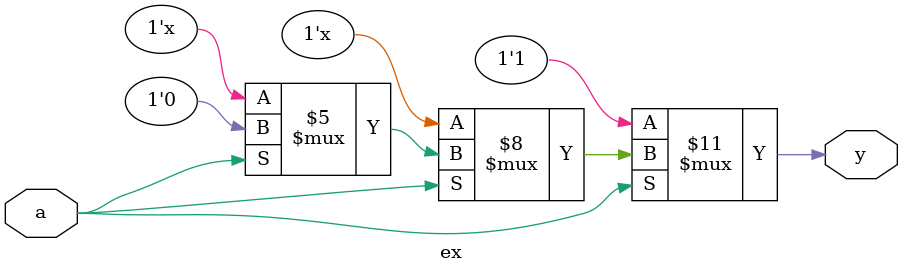
<source format=v>
`timescale 1ns / 1ps
module ex(
    input a,
    output reg y
    );
	 always @ (a) begin
	     if (a == 1'b0) begin
	          y=1'b1;
	     end
	     else if (a==1'b1) begin
	          y=1'b0;
	     end
	 end
endmodule 
</source>
